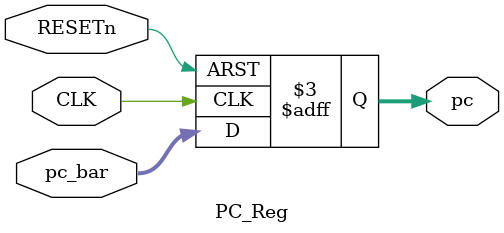
<source format=v>
module PC_Reg(
input wire [31:0] pc_bar,

input wire        CLK,
input wire        RESETn,

output reg [31:0] pc
);

always @(posedge CLK or negedge RESETn) begin
	if (!RESETn) begin
		pc <= 32'b0;
	end
	else begin
		pc <= pc_bar;
	end
end
endmodule
</source>
